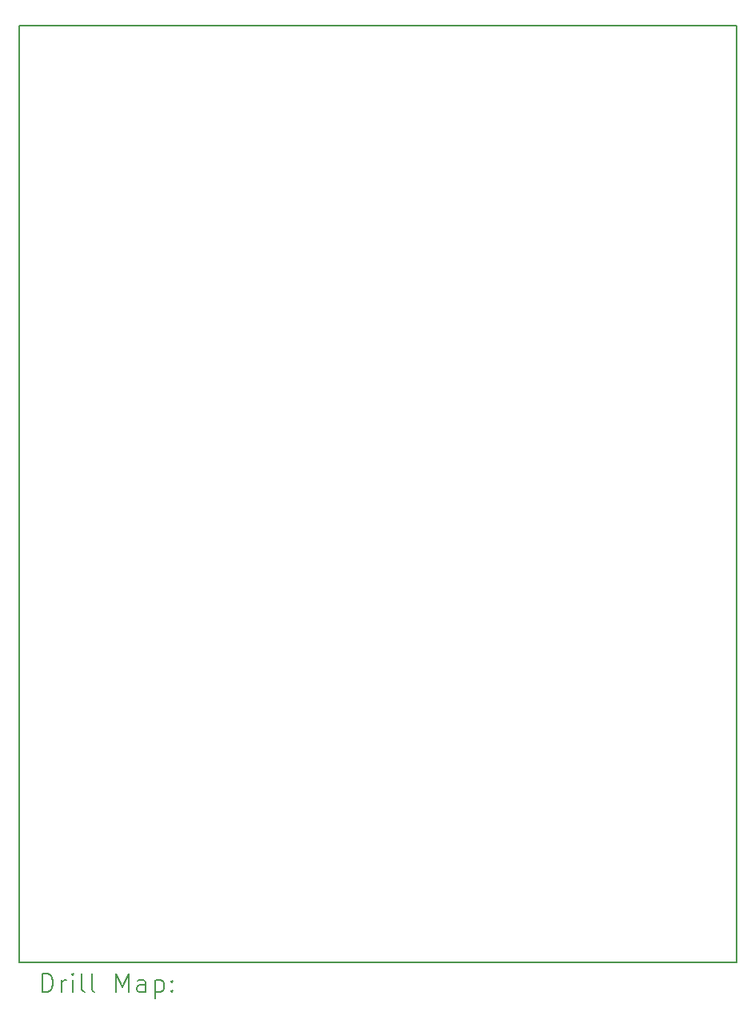
<source format=gbr>
%TF.GenerationSoftware,KiCad,Pcbnew,(6.0.7)*%
%TF.CreationDate,2022-10-01T10:06:27-06:00*%
%TF.ProjectId,attiny_rfid_light,61747469-6e79-45f7-9266-69645f6c6967,rev?*%
%TF.SameCoordinates,Original*%
%TF.FileFunction,Drillmap*%
%TF.FilePolarity,Positive*%
%FSLAX45Y45*%
G04 Gerber Fmt 4.5, Leading zero omitted, Abs format (unit mm)*
G04 Created by KiCad (PCBNEW (6.0.7)) date 2022-10-01 10:06:27*
%MOMM*%
%LPD*%
G01*
G04 APERTURE LIST*
%ADD10C,0.200000*%
G04 APERTURE END LIST*
D10*
X6604000Y-5588000D02*
X14200000Y-5588000D01*
X14200000Y-5588000D02*
X14200000Y-15494000D01*
X14200000Y-15494000D02*
X6604000Y-15494000D01*
X6604000Y-15494000D02*
X6604000Y-5588000D01*
X6851619Y-15814476D02*
X6851619Y-15614476D01*
X6899238Y-15614476D01*
X6927809Y-15624000D01*
X6946857Y-15643048D01*
X6956381Y-15662095D01*
X6965905Y-15700190D01*
X6965905Y-15728762D01*
X6956381Y-15766857D01*
X6946857Y-15785905D01*
X6927809Y-15804952D01*
X6899238Y-15814476D01*
X6851619Y-15814476D01*
X7051619Y-15814476D02*
X7051619Y-15681143D01*
X7051619Y-15719238D02*
X7061143Y-15700190D01*
X7070667Y-15690667D01*
X7089714Y-15681143D01*
X7108762Y-15681143D01*
X7175428Y-15814476D02*
X7175428Y-15681143D01*
X7175428Y-15614476D02*
X7165905Y-15624000D01*
X7175428Y-15633524D01*
X7184952Y-15624000D01*
X7175428Y-15614476D01*
X7175428Y-15633524D01*
X7299238Y-15814476D02*
X7280190Y-15804952D01*
X7270667Y-15785905D01*
X7270667Y-15614476D01*
X7404000Y-15814476D02*
X7384952Y-15804952D01*
X7375428Y-15785905D01*
X7375428Y-15614476D01*
X7632571Y-15814476D02*
X7632571Y-15614476D01*
X7699238Y-15757333D01*
X7765905Y-15614476D01*
X7765905Y-15814476D01*
X7946857Y-15814476D02*
X7946857Y-15709714D01*
X7937333Y-15690667D01*
X7918286Y-15681143D01*
X7880190Y-15681143D01*
X7861143Y-15690667D01*
X7946857Y-15804952D02*
X7927809Y-15814476D01*
X7880190Y-15814476D01*
X7861143Y-15804952D01*
X7851619Y-15785905D01*
X7851619Y-15766857D01*
X7861143Y-15747809D01*
X7880190Y-15738286D01*
X7927809Y-15738286D01*
X7946857Y-15728762D01*
X8042095Y-15681143D02*
X8042095Y-15881143D01*
X8042095Y-15690667D02*
X8061143Y-15681143D01*
X8099238Y-15681143D01*
X8118286Y-15690667D01*
X8127809Y-15700190D01*
X8137333Y-15719238D01*
X8137333Y-15776381D01*
X8127809Y-15795428D01*
X8118286Y-15804952D01*
X8099238Y-15814476D01*
X8061143Y-15814476D01*
X8042095Y-15804952D01*
X8223048Y-15795428D02*
X8232571Y-15804952D01*
X8223048Y-15814476D01*
X8213524Y-15804952D01*
X8223048Y-15795428D01*
X8223048Y-15814476D01*
X8223048Y-15690667D02*
X8232571Y-15700190D01*
X8223048Y-15709714D01*
X8213524Y-15700190D01*
X8223048Y-15690667D01*
X8223048Y-15709714D01*
M02*

</source>
